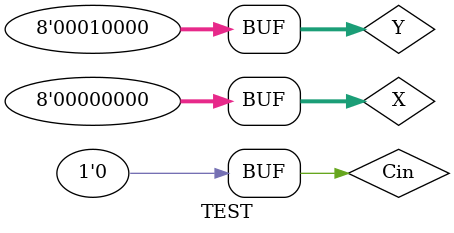
<source format=v>
module fulladder (a,b,Cin,S,Cout);
	input a,b,Cin;
	output S,Cout;
	wire z1,z2,z3;
	xor #(12ns) gate1 (z1,a,b);
	and #(8ns) gate2 (z2,z1,Cin);
	and #(8ns) gate3 (z3,a,b);
	xor #(12ns) gate4 (S,z1,Cin);
	or #(8ns) gate5 (Cout,z2,z3);
endmodule 


module adder4 (a,b,CarryIn,Sum,CarryOut);
	input [3:0]a,b;
	input CarryIn;
	output [3:0] Sum;
	output CarryOut; 
	wire [4:0] z;
	genvar k;
	
	assign z[0] = CarryIn,
	CarryOut=z[4];
	
	
	generate 
	for (k=0 ; k<=3 ; k=k+1)
		begin 
			fulladder U1 (.a(a[k]),.b(b[k]),.Cin(z[k]),.S(Sum[k]),.Cout(z[k+1]));
		end	
	endgenerate
endmodule


module bcdadder (x,y,Cin,Sum,Cout);		 
	input [3:0]x,y;
	input Cin;
	output [3:0] Sum;
	output Cout;	
	wire [3:0]S1,S2;
	wire z1,z2,z3;
	wire ignoredCout;
	
	
	
	adder4 U1 (x,y,Cin,S1,Cout);	 
	adder4 U2 (S1,S2,1'b0,Sum,ignoredCout);
	
	and #(8ns) gate1 (z1,S1[3],S1[2]);
	and #(8ns) gate2 (z2,S1[3],S1[1]);
	or #(8ns) gate3 (z3,Cout,z1,z2);	
	assign S2[0]=0,
    S2[1]=Cout,
	S2[2]=Cout,
	S2[3]=0;		 
	
	
endmodule 


module DFF (CLK,reset,D,Q);		 
	input CLK,reset;
	input D;
	output reg Q;
	always @ (posedge CLK or negedge reset )
		if(~reset)
			Q=0;
		else
			Q=D;
endmodule



module system (x,y,Cin,CLK,reset,S,Cout);	
	input Cin, CLK,reset;
	input [7:0]x,y;
    output   Cout;
	output  [7:0]S;
	genvar k;
	wire [7:0]c1,c2;  
	wire [8:0]c3;
	wire z1;				
	
	generate
	for (k=0 ; k<=7 ; k=k+1)
		begin 
			DFF u1 (.CLK(CLK),.reset(reset),.D(x[k]),.Q(c1[k]));
		end	 
		
	for (k=0 ; k<=7 ; k=k+1)
		begin 
			DFF u2 (.CLK(CLK),.reset(reset),.D(y[k]),.Q(c2[k]));
		end
		
				
		bcdadder u3 (c1[3:0],c2[3:0],1'b0,c3[3:0],z1);
		bcdadder u4 (c1[7:4],c2[7:4],z1,c3[7:4],c3[8]); 
		
		assign Cout=c3[8];		 
		
		for (k=0 ; k<=7 ; k=k+1)
		begin 
			DFF u5 (.CLK(CLK),.reset(reset),.D(c3[k]),.Q(S[k]));
		end
		endgenerate
			
endmodule 


module BCD (x,y,Cin,S,Cout); 
	input Cin;
	input [3:0]x,y;		
	output reg Cout;
	output reg [3:0]S;	 
	reg [4:0]z;
	
	always @ (*)
		begin
		z=x+y+Cin;
		if(z>9)
			{Cout,S}=z+6;
		else
			{Cout,S}=z;
		end
endmodule
		
	

module testGenerater (x,y,Cin,S,Cout); 	 
	input [7:0]x,y;
	input Cin;
	output [7:0]S;
	output  Cout;
	wire z1;		 
	
	
	BCD U1 (.x(x[3:0]),.y(y[3:0]),.Cin(Cin),.S(S[3:0]),.Cout(z1));
	BCD U2 (.x(x[7:4]),.y(y[7:4]),.Cin(z1),.S(S[7:4]),.Cout(Cout));
	
endmodule 


module Analyzer (s1,s2,c1,c2);
	input [7:0]s1,s2;
	input c1,c2;
	always @ (*)
		begin 
			if ({s1,c1}!={s2,c2})
			$display("Error! Both results are not equal, there's an problem with the addition");
			end
endmodule 


module TEST ();
	reg CLK,reset,Cin;
	reg [7:0] X,Y;
	wire [7:0] S1,S2;
	wire Cout1,Cout2;
	
	testGenerater U1 (.x(X),.y(Y),.Cin(Cin),.S(S1),.Cout(Cout1));
	system U2 (.x(X),.y(Y),.Cin(Cin),.CLK(CLK),.reset(reset),.S(S2),.Cout(Cout2));	  
	Analyzer U3 (S1,S2,Cout1,Cout2); 
	
	initial begin
		{Cin,X,Y}=9'h000;
		repeat (16)		  
		#(10ns) {Cin,X,Y}=({Cin,X,Y})+9'h001;
	end
endmodule

		
	
	
			

		


		
</source>
